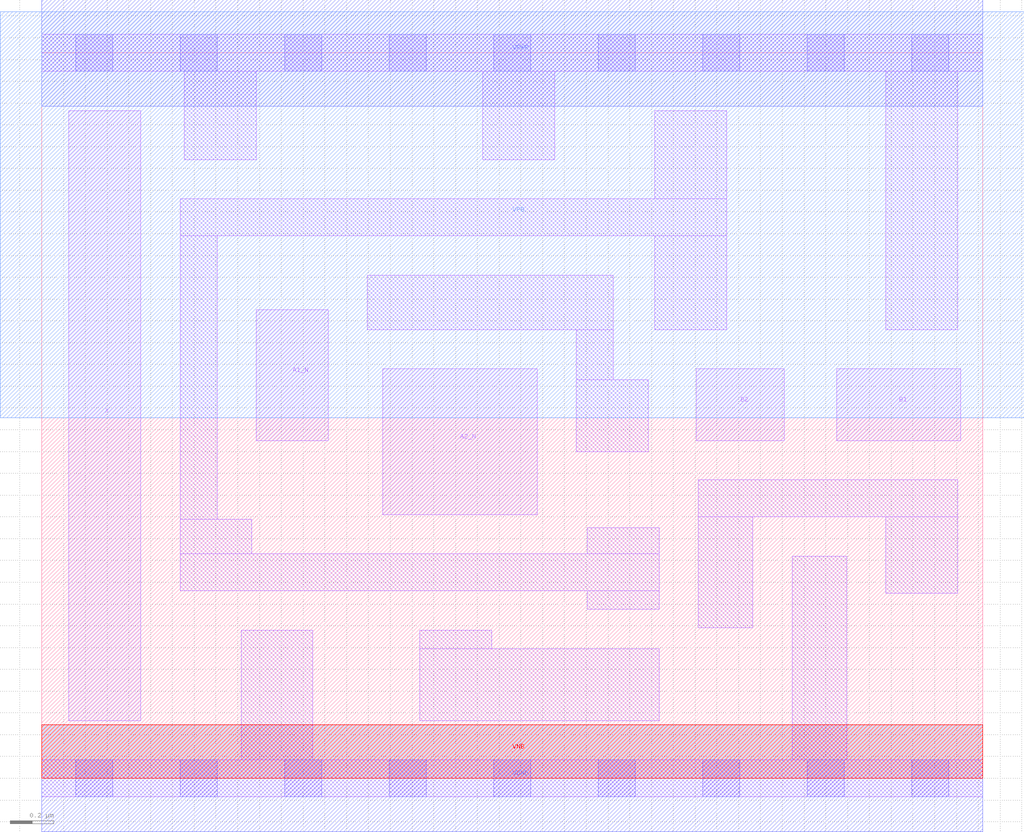
<source format=lef>
# Copyright 2020 The SkyWater PDK Authors
#
# Licensed under the Apache License, Version 2.0 (the "License");
# you may not use this file except in compliance with the License.
# You may obtain a copy of the License at
#
#     https://www.apache.org/licenses/LICENSE-2.0
#
# Unless required by applicable law or agreed to in writing, software
# distributed under the License is distributed on an "AS IS" BASIS,
# WITHOUT WARRANTIES OR CONDITIONS OF ANY KIND, either express or implied.
# See the License for the specific language governing permissions and
# limitations under the License.
#
# SPDX-License-Identifier: Apache-2.0

VERSION 5.7 ;
  NOWIREEXTENSIONATPIN ON ;
  DIVIDERCHAR "/" ;
  BUSBITCHARS "[]" ;
MACRO sky130_fd_sc_lp__o2bb2a_lp
  CLASS CORE ;
  FOREIGN sky130_fd_sc_lp__o2bb2a_lp ;
  ORIGIN  0.000000  0.000000 ;
  SIZE  4.320000 BY  3.330000 ;
  SYMMETRY X Y R90 ;
  SITE unit ;
  PIN A1_N
    ANTENNAGATEAREA  0.313000 ;
    DIRECTION INPUT ;
    USE SIGNAL ;
    PORT
      LAYER li1 ;
        RECT 0.985000 1.550000 1.315000 2.150000 ;
    END
  END A1_N
  PIN A2_N
    ANTENNAGATEAREA  0.313000 ;
    DIRECTION INPUT ;
    USE SIGNAL ;
    PORT
      LAYER li1 ;
        RECT 1.565000 1.210000 2.275000 1.880000 ;
    END
  END A2_N
  PIN B1
    ANTENNAGATEAREA  0.313000 ;
    DIRECTION INPUT ;
    USE SIGNAL ;
    PORT
      LAYER li1 ;
        RECT 3.650000 1.550000 4.220000 1.880000 ;
    END
  END B1
  PIN B2
    ANTENNAGATEAREA  0.313000 ;
    DIRECTION INPUT ;
    USE SIGNAL ;
    PORT
      LAYER li1 ;
        RECT 3.005000 1.550000 3.410000 1.880000 ;
    END
  END B2
  PIN X
    ANTENNADIFFAREA  0.404700 ;
    DIRECTION OUTPUT ;
    USE SIGNAL ;
    PORT
      LAYER li1 ;
        RECT 0.125000 0.265000 0.455000 3.065000 ;
    END
  END X
  PIN VGND
    DIRECTION INOUT ;
    USE GROUND ;
    PORT
      LAYER met1 ;
        RECT 0.000000 -0.245000 4.320000 0.245000 ;
    END
  END VGND
  PIN VNB
    DIRECTION INOUT ;
    USE GROUND ;
    PORT
      LAYER pwell ;
        RECT 0.000000 0.000000 4.320000 0.245000 ;
    END
  END VNB
  PIN VPB
    DIRECTION INOUT ;
    USE POWER ;
    PORT
      LAYER nwell ;
        RECT -0.190000 1.655000 4.510000 3.520000 ;
    END
  END VPB
  PIN VPWR
    DIRECTION INOUT ;
    USE POWER ;
    PORT
      LAYER met1 ;
        RECT 0.000000 3.085000 4.320000 3.575000 ;
    END
  END VPWR
  OBS
    LAYER li1 ;
      RECT 0.000000 -0.085000 4.320000 0.085000 ;
      RECT 0.000000  3.245000 4.320000 3.415000 ;
      RECT 0.635000  0.860000 2.835000 1.030000 ;
      RECT 0.635000  1.030000 0.965000 1.190000 ;
      RECT 0.635000  1.190000 0.805000 2.490000 ;
      RECT 0.635000  2.490000 3.145000 2.660000 ;
      RECT 0.655000  2.840000 0.985000 3.245000 ;
      RECT 0.915000  0.085000 1.245000 0.680000 ;
      RECT 1.495000  2.060000 2.625000 2.310000 ;
      RECT 1.735000  0.265000 2.835000 0.595000 ;
      RECT 1.735000  0.595000 2.065000 0.680000 ;
      RECT 2.025000  2.840000 2.355000 3.245000 ;
      RECT 2.455000  1.500000 2.785000 1.830000 ;
      RECT 2.455000  1.830000 2.625000 2.060000 ;
      RECT 2.505000  0.775000 2.835000 0.860000 ;
      RECT 2.505000  1.030000 2.835000 1.150000 ;
      RECT 2.815000  2.060000 3.145000 2.490000 ;
      RECT 2.815000  2.660000 3.145000 3.065000 ;
      RECT 3.015000  0.690000 3.265000 1.200000 ;
      RECT 3.015000  1.200000 4.205000 1.370000 ;
      RECT 3.445000  0.085000 3.695000 1.020000 ;
      RECT 3.875000  0.850000 4.205000 1.200000 ;
      RECT 3.875000  2.060000 4.205000 3.245000 ;
    LAYER mcon ;
      RECT 0.155000 -0.085000 0.325000 0.085000 ;
      RECT 0.155000  3.245000 0.325000 3.415000 ;
      RECT 0.635000 -0.085000 0.805000 0.085000 ;
      RECT 0.635000  3.245000 0.805000 3.415000 ;
      RECT 1.115000 -0.085000 1.285000 0.085000 ;
      RECT 1.115000  3.245000 1.285000 3.415000 ;
      RECT 1.595000 -0.085000 1.765000 0.085000 ;
      RECT 1.595000  3.245000 1.765000 3.415000 ;
      RECT 2.075000 -0.085000 2.245000 0.085000 ;
      RECT 2.075000  3.245000 2.245000 3.415000 ;
      RECT 2.555000 -0.085000 2.725000 0.085000 ;
      RECT 2.555000  3.245000 2.725000 3.415000 ;
      RECT 3.035000 -0.085000 3.205000 0.085000 ;
      RECT 3.035000  3.245000 3.205000 3.415000 ;
      RECT 3.515000 -0.085000 3.685000 0.085000 ;
      RECT 3.515000  3.245000 3.685000 3.415000 ;
      RECT 3.995000 -0.085000 4.165000 0.085000 ;
      RECT 3.995000  3.245000 4.165000 3.415000 ;
  END
END sky130_fd_sc_lp__o2bb2a_lp
END LIBRARY

</source>
